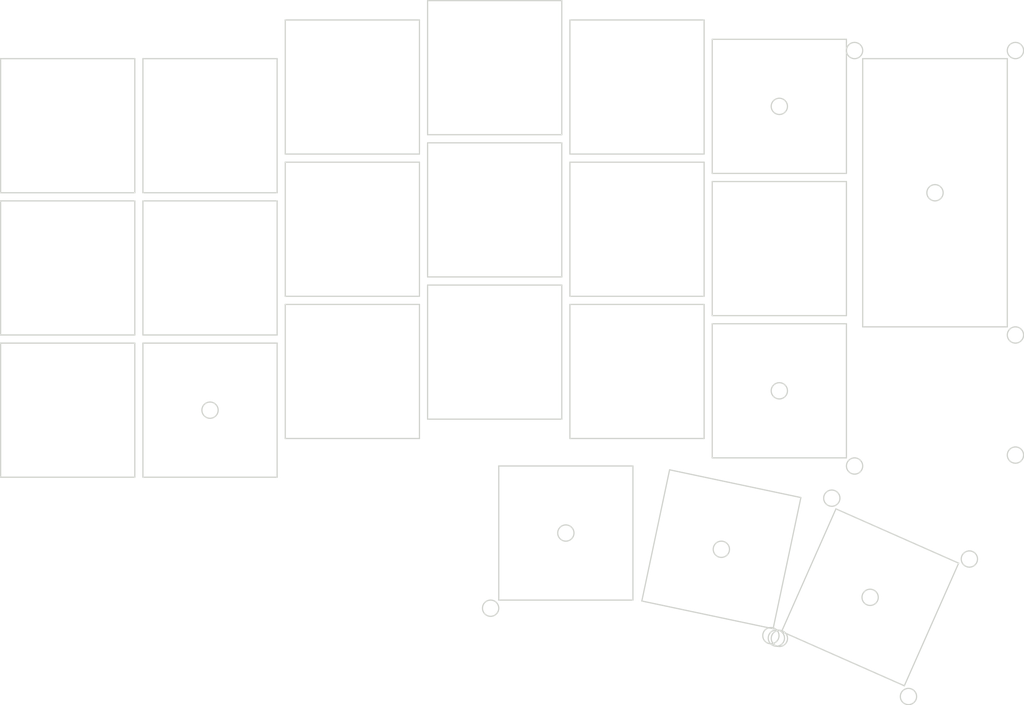
<source format=kicad_pcb>


(kicad_pcb
  (version 20240108)
  (generator "ergogen")
  (generator_version "4.1.0")
  (general
    (thickness 1.6)
    (legacy_teardrops no)
  )
  (paper "A3")
  (title_block
    (title "ref_pos")
    (date "2025-01-06")
    (rev "v1.0.0")
    (company "Unknown")
  )

  (layers
    (0 "F.Cu" signal)
    (31 "B.Cu" signal)
    (32 "B.Adhes" user "B.Adhesive")
    (33 "F.Adhes" user "F.Adhesive")
    (34 "B.Paste" user)
    (35 "F.Paste" user)
    (36 "B.SilkS" user "B.Silkscreen")
    (37 "F.SilkS" user "F.Silkscreen")
    (38 "B.Mask" user)
    (39 "F.Mask" user)
    (40 "Dwgs.User" user "User.Drawings")
    (41 "Cmts.User" user "User.Comments")
    (42 "Eco1.User" user "User.Eco1")
    (43 "Eco2.User" user "User.Eco2")
    (44 "Edge.Cuts" user)
    (45 "Margin" user)
    (46 "B.CrtYd" user "B.Courtyard")
    (47 "F.CrtYd" user "F.Courtyard")
    (48 "B.Fab" user)
    (49 "F.Fab" user)
  )

  (setup
    (pad_to_mask_clearance 0.05)
    (allow_soldermask_bridges_in_footprints no)
    (pcbplotparams
      (layerselection 0x00010fc_ffffffff)
      (plot_on_all_layers_selection 0x0000000_00000000)
      (disableapertmacros no)
      (usegerberextensions no)
      (usegerberattributes yes)
      (usegerberadvancedattributes yes)
      (creategerberjobfile yes)
      (dashed_line_dash_ratio 12.000000)
      (dashed_line_gap_ratio 3.000000)
      (svgprecision 4)
      (plotframeref no)
      (viasonmask no)
      (mode 1)
      (useauxorigin no)
      (hpglpennumber 1)
      (hpglpenspeed 20)
      (hpglpendiameter 15.000000)
      (pdf_front_fp_property_popups yes)
      (pdf_back_fp_property_popups yes)
      (dxfpolygonmode yes)
      (dxfimperialunits yes)
      (dxfusepcbnewfont yes)
      (psnegative no)
      (psa4output no)
      (plotreference yes)
      (plotvalue yes)
      (plotfptext yes)
      (plotinvisibletext no)
      (sketchpadsonfab no)
      (subtractmaskfromsilk no)
      (outputformat 1)
      (mirror no)
      (drillshape 1)
      (scaleselection 1)
      (outputdirectory "")
    )
  )

  (net 0 "")

  
  (gr_line (start -8.25 8.25) (end 8.25 8.25) (layer Edge.Cuts) (stroke (width 0.15) (type default)))
(gr_line (start 8.25 8.25) (end 8.25 -8.25) (layer Edge.Cuts) (stroke (width 0.15) (type default)))
(gr_line (start 8.25 -8.25) (end -8.25 -8.25) (layer Edge.Cuts) (stroke (width 0.15) (type default)))
(gr_line (start -8.25 -8.25) (end -8.25 8.25) (layer Edge.Cuts) (stroke (width 0.15) (type default)))
(gr_line (start -8.25 -9.25) (end 8.25 -9.25) (layer Edge.Cuts) (stroke (width 0.15) (type default)))
(gr_line (start 8.25 -9.25) (end 8.25 -25.75) (layer Edge.Cuts) (stroke (width 0.15) (type default)))
(gr_line (start 8.25 -25.75) (end -8.25 -25.75) (layer Edge.Cuts) (stroke (width 0.15) (type default)))
(gr_line (start -8.25 -25.75) (end -8.25 -9.25) (layer Edge.Cuts) (stroke (width 0.15) (type default)))
(gr_line (start -8.25 -26.75) (end 8.25 -26.75) (layer Edge.Cuts) (stroke (width 0.15) (type default)))
(gr_line (start 8.25 -26.75) (end 8.25 -43.25) (layer Edge.Cuts) (stroke (width 0.15) (type default)))
(gr_line (start 8.25 -43.25) (end -8.25 -43.25) (layer Edge.Cuts) (stroke (width 0.15) (type default)))
(gr_line (start -8.25 -43.25) (end -8.25 -26.75) (layer Edge.Cuts) (stroke (width 0.15) (type default)))
(gr_line (start 9.25 8.25) (end 25.75 8.25) (layer Edge.Cuts) (stroke (width 0.15) (type default)))
(gr_line (start 25.75 8.25) (end 25.75 -8.25) (layer Edge.Cuts) (stroke (width 0.15) (type default)))
(gr_line (start 25.75 -8.25) (end 9.25 -8.25) (layer Edge.Cuts) (stroke (width 0.15) (type default)))
(gr_line (start 9.25 -8.25) (end 9.25 8.25) (layer Edge.Cuts) (stroke (width 0.15) (type default)))
(gr_line (start 9.25 -9.25) (end 25.75 -9.25) (layer Edge.Cuts) (stroke (width 0.15) (type default)))
(gr_line (start 25.75 -9.25) (end 25.75 -25.75) (layer Edge.Cuts) (stroke (width 0.15) (type default)))
(gr_line (start 25.75 -25.75) (end 9.25 -25.75) (layer Edge.Cuts) (stroke (width 0.15) (type default)))
(gr_line (start 9.25 -25.75) (end 9.25 -9.25) (layer Edge.Cuts) (stroke (width 0.15) (type default)))
(gr_line (start 9.25 -26.75) (end 25.75 -26.75) (layer Edge.Cuts) (stroke (width 0.15) (type default)))
(gr_line (start 25.75 -26.75) (end 25.75 -43.25) (layer Edge.Cuts) (stroke (width 0.15) (type default)))
(gr_line (start 25.75 -43.25) (end 9.25 -43.25) (layer Edge.Cuts) (stroke (width 0.15) (type default)))
(gr_line (start 9.25 -43.25) (end 9.25 -26.75) (layer Edge.Cuts) (stroke (width 0.15) (type default)))
(gr_line (start 26.75 3.4880000000000004) (end 43.25 3.4880000000000004) (layer Edge.Cuts) (stroke (width 0.15) (type default)))
(gr_line (start 43.25 3.4880000000000004) (end 43.25 -13.012) (layer Edge.Cuts) (stroke (width 0.15) (type default)))
(gr_line (start 43.25 -13.012) (end 26.75 -13.012) (layer Edge.Cuts) (stroke (width 0.15) (type default)))
(gr_line (start 26.75 -13.012) (end 26.75 3.4880000000000004) (layer Edge.Cuts) (stroke (width 0.15) (type default)))
(gr_line (start 26.75 -14.012) (end 43.25 -14.012) (layer Edge.Cuts) (stroke (width 0.15) (type default)))
(gr_line (start 43.25 -14.012) (end 43.25 -30.512) (layer Edge.Cuts) (stroke (width 0.15) (type default)))
(gr_line (start 43.25 -30.512) (end 26.75 -30.512) (layer Edge.Cuts) (stroke (width 0.15) (type default)))
(gr_line (start 26.75 -30.512) (end 26.75 -14.012) (layer Edge.Cuts) (stroke (width 0.15) (type default)))
(gr_line (start 26.75 -31.512) (end 43.25 -31.512) (layer Edge.Cuts) (stroke (width 0.15) (type default)))
(gr_line (start 43.25 -31.512) (end 43.25 -48.012) (layer Edge.Cuts) (stroke (width 0.15) (type default)))
(gr_line (start 43.25 -48.012) (end 26.75 -48.012) (layer Edge.Cuts) (stroke (width 0.15) (type default)))
(gr_line (start 26.75 -48.012) (end 26.75 -31.512) (layer Edge.Cuts) (stroke (width 0.15) (type default)))
(gr_line (start 44.25 1.1070000000000002) (end 60.75 1.1070000000000002) (layer Edge.Cuts) (stroke (width 0.15) (type default)))
(gr_line (start 60.75 1.1070000000000002) (end 60.75 -15.393) (layer Edge.Cuts) (stroke (width 0.15) (type default)))
(gr_line (start 60.75 -15.393) (end 44.25 -15.393) (layer Edge.Cuts) (stroke (width 0.15) (type default)))
(gr_line (start 44.25 -15.393) (end 44.25 1.1070000000000002) (layer Edge.Cuts) (stroke (width 0.15) (type default)))
(gr_line (start 44.25 -16.393) (end 60.75 -16.393) (layer Edge.Cuts) (stroke (width 0.15) (type default)))
(gr_line (start 60.75 -16.393) (end 60.75 -32.893) (layer Edge.Cuts) (stroke (width 0.15) (type default)))
(gr_line (start 60.75 -32.893) (end 44.25 -32.893) (layer Edge.Cuts) (stroke (width 0.15) (type default)))
(gr_line (start 44.25 -32.893) (end 44.25 -16.393) (layer Edge.Cuts) (stroke (width 0.15) (type default)))
(gr_line (start 44.25 -33.893) (end 60.75 -33.893) (layer Edge.Cuts) (stroke (width 0.15) (type default)))
(gr_line (start 60.75 -33.893) (end 60.75 -50.393) (layer Edge.Cuts) (stroke (width 0.15) (type default)))
(gr_line (start 60.75 -50.393) (end 44.25 -50.393) (layer Edge.Cuts) (stroke (width 0.15) (type default)))
(gr_line (start 44.25 -50.393) (end 44.25 -33.893) (layer Edge.Cuts) (stroke (width 0.15) (type default)))
(gr_line (start 61.75 3.4880000000000004) (end 78.25 3.4880000000000004) (layer Edge.Cuts) (stroke (width 0.15) (type default)))
(gr_line (start 78.25 3.4880000000000004) (end 78.25 -13.012) (layer Edge.Cuts) (stroke (width 0.15) (type default)))
(gr_line (start 78.25 -13.012) (end 61.75 -13.012) (layer Edge.Cuts) (stroke (width 0.15) (type default)))
(gr_line (start 61.75 -13.012) (end 61.75 3.4880000000000004) (layer Edge.Cuts) (stroke (width 0.15) (type default)))
(gr_line (start 61.75 -14.012) (end 78.25 -14.012) (layer Edge.Cuts) (stroke (width 0.15) (type default)))
(gr_line (start 78.25 -14.012) (end 78.25 -30.512) (layer Edge.Cuts) (stroke (width 0.15) (type default)))
(gr_line (start 78.25 -30.512) (end 61.75 -30.512) (layer Edge.Cuts) (stroke (width 0.15) (type default)))
(gr_line (start 61.75 -30.512) (end 61.75 -14.012) (layer Edge.Cuts) (stroke (width 0.15) (type default)))
(gr_line (start 61.75 -31.512) (end 78.25 -31.512) (layer Edge.Cuts) (stroke (width 0.15) (type default)))
(gr_line (start 78.25 -31.512) (end 78.25 -48.012) (layer Edge.Cuts) (stroke (width 0.15) (type default)))
(gr_line (start 78.25 -48.012) (end 61.75 -48.012) (layer Edge.Cuts) (stroke (width 0.15) (type default)))
(gr_line (start 61.75 -48.012) (end 61.75 -31.512) (layer Edge.Cuts) (stroke (width 0.15) (type default)))
(gr_line (start 79.25 5.869) (end 95.75 5.869) (layer Edge.Cuts) (stroke (width 0.15) (type default)))
(gr_line (start 95.75 5.869) (end 95.75 -10.631) (layer Edge.Cuts) (stroke (width 0.15) (type default)))
(gr_line (start 95.75 -10.631) (end 79.25 -10.631) (layer Edge.Cuts) (stroke (width 0.15) (type default)))
(gr_line (start 79.25 -10.631) (end 79.25 5.869) (layer Edge.Cuts) (stroke (width 0.15) (type default)))
(gr_line (start 79.25 -11.631) (end 95.75 -11.631) (layer Edge.Cuts) (stroke (width 0.15) (type default)))
(gr_line (start 95.75 -11.631) (end 95.75 -28.131) (layer Edge.Cuts) (stroke (width 0.15) (type default)))
(gr_line (start 95.75 -28.131) (end 79.25 -28.131) (layer Edge.Cuts) (stroke (width 0.15) (type default)))
(gr_line (start 79.25 -28.131) (end 79.25 -11.631) (layer Edge.Cuts) (stroke (width 0.15) (type default)))
(gr_line (start 79.25 -29.131) (end 95.75 -29.131) (layer Edge.Cuts) (stroke (width 0.15) (type default)))
(gr_line (start 95.75 -29.131) (end 95.75 -45.631) (layer Edge.Cuts) (stroke (width 0.15) (type default)))
(gr_line (start 95.75 -45.631) (end 79.25 -45.631) (layer Edge.Cuts) (stroke (width 0.15) (type default)))
(gr_line (start 79.25 -45.631) (end 79.25 -29.131) (layer Edge.Cuts) (stroke (width 0.15) (type default)))
(gr_line (start 53 23.369) (end 69.5 23.369) (layer Edge.Cuts) (stroke (width 0.15) (type default)))
(gr_line (start 69.5 23.369) (end 69.5 6.869) (layer Edge.Cuts) (stroke (width 0.15) (type default)))
(gr_line (start 69.5 6.869) (end 53 6.869) (layer Edge.Cuts) (stroke (width 0.15) (type default)))
(gr_line (start 53 6.869) (end 53 23.369) (layer Edge.Cuts) (stroke (width 0.15) (type default)))
(gr_line (start 70.5926261 23.4832612) (end 86.73564510000001 26.896901) (layer Edge.Cuts) (stroke (width 0.15) (type default)))
(gr_line (start 86.73564510000001 26.896901) (end 90.14928490000001 10.753881999999999) (layer Edge.Cuts) (stroke (width 0.15) (type default)))
(gr_line (start 90.14928490000001 10.753881999999999) (end 74.0062659 7.340242199999999) (layer Edge.Cuts) (stroke (width 0.15) (type default)))
(gr_line (start 74.0062659 7.340242199999999) (end 70.5926261 23.4832612) (layer Edge.Cuts) (stroke (width 0.15) (type default)))
(gr_line (start 87.7809927 27.234740700000003) (end 102.8685155 33.9143107) (layer Edge.Cuts) (stroke (width 0.15) (type default)))
(gr_line (start 102.8685155 33.9143107) (end 109.5480855 18.8267879) (layer Edge.Cuts) (stroke (width 0.15) (type default)))
(gr_line (start 109.5480855 18.8267879) (end 94.4605627 12.147217900000001) (layer Edge.Cuts) (stroke (width 0.15) (type default)))
(gr_line (start 94.4605627 12.147217900000001) (end 87.7809927 27.234740700000003) (layer Edge.Cuts) (stroke (width 0.15) (type default)))
(gr_line (start 97.75 -10.25) (end 115.53 -10.25) (layer Edge.Cuts) (stroke (width 0.15) (type default)))
(gr_line (start 115.53 -10.25) (end 115.53 -43.25) (layer Edge.Cuts) (stroke (width 0.15) (type default)))
(gr_line (start 115.53 -43.25) (end 97.75 -43.25) (layer Edge.Cuts) (stroke (width 0.15) (type default)))
(gr_line (start 97.75 -43.25) (end 97.75 -10.25) (layer Edge.Cuts) (stroke (width 0.15) (type default)))
(gr_circle (center 17.5 0) (end 18.5 0) (layer Edge.Cuts) (stroke (width 0.15) (type default)) (fill none))
(gr_circle (center 87.5 -2.381) (end 88.5 -2.381) (layer Edge.Cuts) (stroke (width 0.15) (type default)) (fill none))
(gr_circle (center 61.25 15.119) (end 62.25 15.119) (layer Edge.Cuts) (stroke (width 0.15) (type default)) (fill none))
(gr_circle (center 80.37095550000001 17.1185716) (end 81.37095550000001 17.1185716) (layer Edge.Cuts) (stroke (width 0.15) (type default)) (fill none))
(gr_circle (center 98.6645391 23.0307643) (end 99.6645391 23.0307643) (layer Edge.Cuts) (stroke (width 0.15) (type default)) (fill none))
(gr_circle (center 87.5 -37.381) (end 88.5 -37.381) (layer Edge.Cuts) (stroke (width 0.15) (type default)) (fill none))
(gr_circle (center 106.64 -26.75) (end 107.64 -26.75) (layer Edge.Cuts) (stroke (width 0.15) (type default)) (fill none))
(gr_circle (center 96.75 6.869) (end 97.75 6.869) (layer Edge.Cuts) (stroke (width 0.15) (type default)) (fill none))
(gr_circle (center 52 24.369) (end 53 24.369) (layer Edge.Cuts) (stroke (width 0.15) (type default)) (fill none))
(gr_circle (center 87.5071226 28.0821531) (end 88.5071226 28.0821531) (layer Edge.Cuts) (stroke (width 0.15) (type default)) (fill none))
(gr_circle (center 103.3780884 35.2335285) (end 104.3780884 35.2335285) (layer Edge.Cuts) (stroke (width 0.15) (type default)) (fill none))
(gr_circle (center 86.4617749 27.7443136) (end 87.4617749 27.7443136) (layer Edge.Cuts) (stroke (width 0.15) (type default)) (fill none))
(gr_circle (center 110.8673033 18.317215) (end 111.8673033 18.317215) (layer Edge.Cuts) (stroke (width 0.15) (type default)) (fill none))
(gr_circle (center 93.9509898 10.8280001) (end 94.9509898 10.8280001) (layer Edge.Cuts) (stroke (width 0.15) (type default)) (fill none))
(gr_circle (center 116.53 -9.25) (end 117.53 -9.25) (layer Edge.Cuts) (stroke (width 0.15) (type default)) (fill none))
(gr_circle (center 116.53 -44.25) (end 117.53 -44.25) (layer Edge.Cuts) (stroke (width 0.15) (type default)) (fill none))
(gr_circle (center 96.75 -44.25) (end 97.75 -44.25) (layer Edge.Cuts) (stroke (width 0.15) (type default)) (fill none))
(gr_circle (center 87.1375839 28.0435087) (end 88.1375839 28.0435087) (layer Edge.Cuts) (stroke (width 0.15) (type default)) (fill none))
(gr_circle (center 116.53 5.5265615) (end 117.53 5.5265615) (layer Edge.Cuts) (stroke (width 0.15) (type default)) (fill none))

)


</source>
